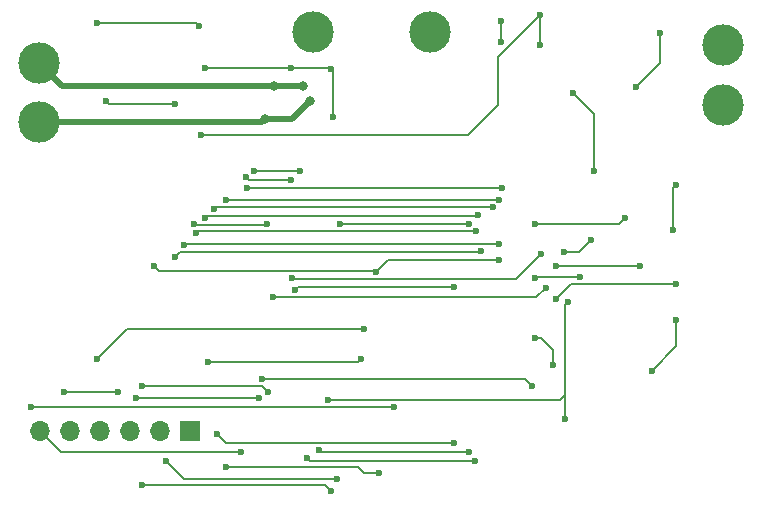
<source format=gbr>
%TF.GenerationSoftware,KiCad,Pcbnew,8.0.5*%
%TF.CreationDate,2024-09-22T08:03:16-05:00*%
%TF.ProjectId,rc,72632e6b-6963-4616-945f-706362585858,rev?*%
%TF.SameCoordinates,Original*%
%TF.FileFunction,Copper,L2,Bot*%
%TF.FilePolarity,Positive*%
%FSLAX46Y46*%
G04 Gerber Fmt 4.6, Leading zero omitted, Abs format (unit mm)*
G04 Created by KiCad (PCBNEW 8.0.5) date 2024-09-22 08:03:16*
%MOMM*%
%LPD*%
G01*
G04 APERTURE LIST*
%TA.AperFunction,ConnectorPad*%
%ADD10C,3.500000*%
%TD*%
%TA.AperFunction,ComponentPad*%
%ADD11C,2.600000*%
%TD*%
%TA.AperFunction,ComponentPad*%
%ADD12R,1.700000X1.700000*%
%TD*%
%TA.AperFunction,ComponentPad*%
%ADD13O,1.700000X1.700000*%
%TD*%
%TA.AperFunction,ViaPad*%
%ADD14C,0.600000*%
%TD*%
%TA.AperFunction,ViaPad*%
%ADD15C,0.800000*%
%TD*%
%TA.AperFunction,Conductor*%
%ADD16C,0.200000*%
%TD*%
%TA.AperFunction,Conductor*%
%ADD17C,0.500000*%
%TD*%
G04 APERTURE END LIST*
D10*
%TO.P,TP8,1,1*%
%TO.N,Net-(IC2-OUT2)*%
X180086000Y-58898000D03*
D11*
X180086000Y-58898000D03*
%TD*%
D10*
%TO.P,TP7,1,1*%
%TO.N,Net-(IC2-OUT1)*%
X180086000Y-53848000D03*
D11*
X180086000Y-53848000D03*
%TD*%
%TO.P,TP4,1,1*%
%TO.N,Net-(IC1-OUT2)*%
X122189769Y-55323426D03*
D10*
X122189769Y-55323426D03*
%TD*%
D11*
%TO.P,TP1,1,1*%
%TO.N,/V_IN*%
X145430769Y-52753426D03*
D10*
X145430769Y-52753426D03*
%TD*%
D12*
%TO.P,J2,1,Pin_1*%
%TO.N,+3.3V*%
X135016769Y-86535426D03*
D13*
%TO.P,J2,2,Pin_2*%
%TO.N,/TXD*%
X132476769Y-86535426D03*
%TO.P,J2,3,Pin_3*%
%TO.N,/RXD*%
X129936769Y-86535426D03*
%TO.P,J2,4,Pin_4*%
%TO.N,/DTR*%
X127396769Y-86535426D03*
%TO.P,J2,5,Pin_5*%
%TO.N,/RTS*%
X124856769Y-86535426D03*
%TO.P,J2,6,Pin_6*%
%TO.N,GND*%
X122316769Y-86535426D03*
%TD*%
D11*
%TO.P,TP3,1,1*%
%TO.N,Net-(IC1-OUT1)*%
X122189769Y-60373426D03*
D10*
X122189769Y-60373426D03*
%TD*%
D11*
%TO.P,TP2,1,1*%
%TO.N,GND*%
X155336769Y-52753426D03*
D10*
X155336769Y-52753426D03*
%TD*%
D14*
%TO.N,/motor_b*%
X161290000Y-53594000D03*
%TO.N,GND*%
X147066000Y-59944000D03*
D15*
%TO.N,Net-(IC1-OUT2)*%
X144526000Y-57325426D03*
D14*
%TO.N,GND*%
X143510000Y-55801426D03*
%TO.N,/motor_b*%
X167386000Y-57912000D03*
X161290000Y-51816000D03*
%TO.N,/motor_a*%
X164592000Y-53848000D03*
X164592000Y-51308000D03*
%TO.N,GND*%
X172720000Y-57404000D03*
X174752000Y-52832000D03*
%TO.N,/motor_b*%
X169164000Y-64516000D03*
X168910000Y-70358000D03*
X165100000Y-74422000D03*
X166624000Y-71374000D03*
X141986000Y-75184000D03*
%TO.N,/motor_a*%
X135890000Y-61468000D03*
X135361178Y-68988329D03*
X141478000Y-69009426D03*
%TO.N,/steer_a*%
X139700000Y-65024000D03*
X143510000Y-65278000D03*
%TO.N,/steer_b*%
X140450090Y-64527910D03*
X144272000Y-64516000D03*
%TO.N,GND*%
X165750769Y-80947426D03*
X176164769Y-65707426D03*
X175910769Y-69517426D03*
X136540769Y-80693426D03*
X176164769Y-77137426D03*
X146967794Y-55814451D03*
X136286769Y-55801426D03*
X139334769Y-88313426D03*
X174089504Y-81412161D03*
X127142769Y-51991426D03*
X135778769Y-52245426D03*
X149494769Y-80439426D03*
X164226769Y-78661426D03*
X133746769Y-58849426D03*
X127904769Y-58595426D03*
%TO.N,+3.3V*%
X150764769Y-73073426D03*
X131968769Y-72565426D03*
X151018769Y-90091426D03*
X161178769Y-72057426D03*
X138064769Y-89583426D03*
D15*
%TO.N,Net-(IC1-OUT2)*%
X142128769Y-57325426D03*
%TO.N,Net-(IC1-OUT1)*%
X145176769Y-58595426D03*
X141366769Y-60119426D03*
D14*
%TO.N,/csi_d0*%
X159400769Y-68177426D03*
X136286769Y-68501426D03*
%TO.N,/pwdn*%
X137302769Y-86789426D03*
X168036769Y-73489426D03*
X164236853Y-73572914D03*
X157368769Y-87551426D03*
%TO.N,/csi_d4*%
X158638769Y-69009426D03*
X147716769Y-69009426D03*
%TO.N,/csi_d2*%
X139842769Y-65961426D03*
X161432769Y-65961426D03*
%TO.N,/csi_d3*%
X137048769Y-67739426D03*
X160613082Y-67577426D03*
%TO.N,/csi_d1*%
X138064769Y-66977426D03*
X161178769Y-66977426D03*
%TO.N,+1V2*%
X173116769Y-72565426D03*
X166004769Y-72565426D03*
%TO.N,/csi_vsync*%
X158638769Y-88313426D03*
X145938769Y-88151426D03*
%TO.N,/csi_d5*%
X159204456Y-69609426D03*
X135524769Y-69771426D03*
%TO.N,/csi_d6*%
X134508769Y-70787426D03*
X161178769Y-70645426D03*
%TO.N,/twi_sda*%
X163972769Y-82725426D03*
X141112769Y-82125426D03*
%TO.N,/cam_rst*%
X144922769Y-88821426D03*
X159146769Y-89075426D03*
%TO.N,/csi_pclk*%
X171846769Y-68501426D03*
X164236853Y-69017938D03*
%TO.N,+2V8*%
X166004769Y-75359426D03*
X176164769Y-74089426D03*
%TO.N,/csi_d7*%
X143652769Y-73581426D03*
X164734769Y-71549426D03*
%TO.N,/csi_mclk*%
X159654769Y-71295426D03*
X133746769Y-71803426D03*
%TO.N,/csi_hsync*%
X143906769Y-74597426D03*
X157368769Y-74343426D03*
%TO.N,/twi_sck*%
X166766769Y-85519426D03*
X146700769Y-83903426D03*
X167020769Y-75613426D03*
%TO.N,/CHIP_PU*%
X152288769Y-84503426D03*
X121554769Y-84503426D03*
%TO.N,/TXD*%
X147462769Y-90599426D03*
X132984769Y-89075426D03*
%TO.N,/RXD*%
X130952769Y-91107426D03*
X146954769Y-91615426D03*
%TO.N,Net-(Q2-C)*%
X149748769Y-77899426D03*
X127142769Y-80439426D03*
%TO.N,Net-(Q2-B)*%
X124348769Y-83233426D03*
X128920769Y-83233426D03*
%TO.N,/LED2*%
X141620769Y-83233426D03*
X130952769Y-82725426D03*
%TO.N,/LED1*%
X130444769Y-83741426D03*
X140858769Y-83741426D03*
%TD*%
D16*
%TO.N,GND*%
X147066000Y-55912657D02*
X146967794Y-55814451D01*
X147066000Y-59944000D02*
X147066000Y-55912657D01*
D17*
%TO.N,Net-(IC1-OUT2)*%
X144526000Y-57325426D02*
X142128769Y-57325426D01*
D16*
%TO.N,GND*%
X143510000Y-55801426D02*
X146954769Y-55801426D01*
X136286769Y-55801426D02*
X143510000Y-55801426D01*
%TO.N,/motor_b*%
X169164000Y-59690000D02*
X167386000Y-57912000D01*
X169164000Y-60706000D02*
X169164000Y-59690000D01*
X161290000Y-51816000D02*
X161290000Y-53594000D01*
%TO.N,/motor_a*%
X161036000Y-58928000D02*
X161036000Y-54864000D01*
X158496000Y-61468000D02*
X161036000Y-58928000D01*
X161036000Y-54864000D02*
X164592000Y-51308000D01*
X135890000Y-61468000D02*
X158496000Y-61468000D01*
X164592000Y-51308000D02*
X164592000Y-53848000D01*
%TO.N,GND*%
X174752000Y-55372000D02*
X172720000Y-57404000D01*
X174752000Y-52832000D02*
X174752000Y-55372000D01*
%TO.N,/motor_b*%
X169164000Y-64516000D02*
X169164000Y-60706000D01*
X167894000Y-71374000D02*
X168910000Y-70358000D01*
X166624000Y-71374000D02*
X167894000Y-71374000D01*
X164324574Y-75197426D02*
X165100000Y-74422000D01*
X159752574Y-75197426D02*
X164324574Y-75197426D01*
X141999426Y-75197426D02*
X159752574Y-75197426D01*
X141986000Y-75184000D02*
X141999426Y-75197426D01*
%TO.N,/motor_a*%
X135474275Y-69101426D02*
X135361178Y-68988329D01*
X141386000Y-69101426D02*
X135474275Y-69101426D01*
X141478000Y-69009426D02*
X141386000Y-69101426D01*
%TO.N,/steer_a*%
X140208000Y-65278000D02*
X139954000Y-65278000D01*
X143510000Y-65278000D02*
X140208000Y-65278000D01*
X139954000Y-65278000D02*
X139700000Y-65024000D01*
%TO.N,/steer_b*%
X140462000Y-64516000D02*
X140450090Y-64527910D01*
X144272000Y-64516000D02*
X140462000Y-64516000D01*
D17*
%TO.N,Net-(IC1-OUT1)*%
X141366769Y-60119426D02*
X143652769Y-60119426D01*
X143652769Y-60119426D02*
X145176769Y-58595426D01*
D16*
%TO.N,GND*%
X176164769Y-77137426D02*
X176164769Y-79336896D01*
X175910769Y-69517426D02*
X175910769Y-65961426D01*
X149240769Y-80693426D02*
X149494769Y-80439426D01*
X133746769Y-58849426D02*
X128158769Y-58849426D01*
X164226769Y-78661426D02*
X164734769Y-78661426D01*
X136540769Y-80693426D02*
X149240769Y-80693426D01*
X127142769Y-51991426D02*
X135524769Y-51991426D01*
X165750769Y-79677426D02*
X165750769Y-80947426D01*
X135524769Y-51991426D02*
X135778769Y-52245426D01*
X176164769Y-79336896D02*
X174089504Y-81412161D01*
X175910769Y-65961426D02*
X176164769Y-65707426D01*
X124094769Y-88313426D02*
X122316769Y-86535426D01*
X164734769Y-78661426D02*
X165750769Y-79677426D01*
X128158769Y-58849426D02*
X127904769Y-58595426D01*
X139334769Y-88313426D02*
X124094769Y-88313426D01*
X146954769Y-55801426D02*
X146967794Y-55814451D01*
X146980819Y-55801426D02*
X146967794Y-55814451D01*
%TO.N,+3.3V*%
X151780769Y-72057426D02*
X150764769Y-73073426D01*
X151018769Y-90091426D02*
X149748769Y-90091426D01*
X150672769Y-72981426D02*
X132384769Y-72981426D01*
X150764769Y-73073426D02*
X150672769Y-72981426D01*
X132384769Y-72981426D02*
X131968769Y-72565426D01*
X161178769Y-72057426D02*
X151780769Y-72057426D01*
X149240769Y-89583426D02*
X138064769Y-89583426D01*
X149748769Y-90091426D02*
X149240769Y-89583426D01*
D17*
%TO.N,Net-(IC1-OUT2)*%
X142128769Y-57325426D02*
X124191769Y-57325426D01*
X124191769Y-57325426D02*
X122189769Y-55323426D01*
%TO.N,Net-(IC1-OUT1)*%
X141366769Y-60119426D02*
X141112769Y-60373426D01*
X141112769Y-60373426D02*
X122189769Y-60373426D01*
D16*
%TO.N,/csi_d0*%
X159238769Y-68339426D02*
X136448769Y-68339426D01*
X136448769Y-68339426D02*
X136286769Y-68501426D01*
X159400769Y-68177426D02*
X159238769Y-68339426D01*
%TO.N,/pwdn*%
X138064769Y-87551426D02*
X137302769Y-86789426D01*
X164320341Y-73489426D02*
X164236853Y-73572914D01*
X157368769Y-87551426D02*
X138064769Y-87551426D01*
X168036769Y-73489426D02*
X164320341Y-73489426D01*
%TO.N,/csi_d4*%
X158638769Y-69009426D02*
X147716769Y-69009426D01*
%TO.N,/csi_d2*%
X161432769Y-65961426D02*
X139842769Y-65961426D01*
%TO.N,/csi_d3*%
X160613082Y-67577426D02*
X137210769Y-67577426D01*
X137210769Y-67577426D02*
X137048769Y-67739426D01*
%TO.N,/csi_d1*%
X161178769Y-66977426D02*
X138064769Y-66977426D01*
%TO.N,+1V2*%
X166004769Y-72565426D02*
X173116769Y-72565426D01*
%TO.N,/csi_vsync*%
X158638769Y-88313426D02*
X146100769Y-88313426D01*
X146100769Y-88313426D02*
X145938769Y-88151426D01*
%TO.N,/csi_d5*%
X159204456Y-69609426D02*
X135686769Y-69609426D01*
X135686769Y-69609426D02*
X135524769Y-69771426D01*
%TO.N,/csi_d6*%
X134650769Y-70645426D02*
X134508769Y-70787426D01*
X161178769Y-70645426D02*
X134650769Y-70645426D01*
%TO.N,/twi_sda*%
X163372769Y-82125426D02*
X163972769Y-82725426D01*
X141112769Y-82125426D02*
X163372769Y-82125426D01*
%TO.N,/cam_rst*%
X159146769Y-89075426D02*
X145176769Y-89075426D01*
X145176769Y-89075426D02*
X144922769Y-88821426D01*
%TO.N,/csi_pclk*%
X164236853Y-69017938D02*
X171330257Y-69017938D01*
X171330257Y-69017938D02*
X171846769Y-68501426D01*
%TO.N,+2V8*%
X167274769Y-74089426D02*
X166004769Y-75359426D01*
X176164769Y-74089426D02*
X167274769Y-74089426D01*
%TO.N,/csi_d7*%
X143744769Y-73673426D02*
X143652769Y-73581426D01*
X162610769Y-73673426D02*
X143744769Y-73673426D01*
X164734769Y-71549426D02*
X162610769Y-73673426D01*
%TO.N,/csi_mclk*%
X159562769Y-71387426D02*
X134162769Y-71387426D01*
X134162769Y-71387426D02*
X133746769Y-71803426D01*
X159654769Y-71295426D02*
X159562769Y-71387426D01*
%TO.N,/csi_hsync*%
X144160769Y-74343426D02*
X143906769Y-74597426D01*
X157368769Y-74343426D02*
X144160769Y-74343426D01*
%TO.N,/twi_sck*%
X166350769Y-83903426D02*
X166766769Y-83487426D01*
X166766769Y-75867426D02*
X167020769Y-75613426D01*
X146700769Y-83903426D02*
X166350769Y-83903426D01*
X166766769Y-85519426D02*
X166766769Y-83487426D01*
X166766769Y-83487426D02*
X166766769Y-75867426D01*
%TO.N,/CHIP_PU*%
X121554769Y-84503426D02*
X152288769Y-84503426D01*
%TO.N,/TXD*%
X132984769Y-89075426D02*
X134508769Y-90599426D01*
X134508769Y-90599426D02*
X147462769Y-90599426D01*
%TO.N,/RXD*%
X146446769Y-91107426D02*
X146954769Y-91615426D01*
X130952769Y-91107426D02*
X146446769Y-91107426D01*
%TO.N,Net-(Q2-C)*%
X149748769Y-77899426D02*
X129682769Y-77899426D01*
X129682769Y-77899426D02*
X127142769Y-80439426D01*
%TO.N,Net-(Q2-B)*%
X124348769Y-83233426D02*
X128920769Y-83233426D01*
%TO.N,/LED2*%
X141112769Y-82725426D02*
X141620769Y-83233426D01*
X130952769Y-82725426D02*
X141112769Y-82725426D01*
%TO.N,/LED1*%
X130444769Y-83741426D02*
X140858769Y-83741426D01*
%TD*%
M02*

</source>
